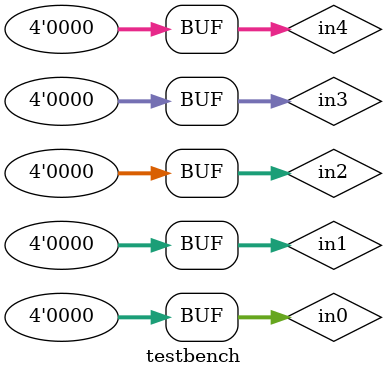
<source format=v>
`timescale 1ns/1ns

module testbench();
reg [3:0]in0, in1, in2, in3, in4;
wire [3:0]out0, out1, out2, out3, out4;

bubbleSort bb(out0, out1, out2, out3, out4, in0, in1, in2, in3, in4);
	
//always begin #`CYCLE CLK = ~CLK; end
initial begin
	$dumpfile("result.vcd");
	$dumpvars;
end

initial begin
#0
	in0 = 'b0000;
	in1 = 'b0101;
	in2 = 'b0001;
	in3 = 'b0011;
	in4 = 'b0110;
#500
	in0 = 0;
	in1 = 0;
	in2 = 0;
	in3 = 0;
	in4 = 0;

end
endmodule

</source>
